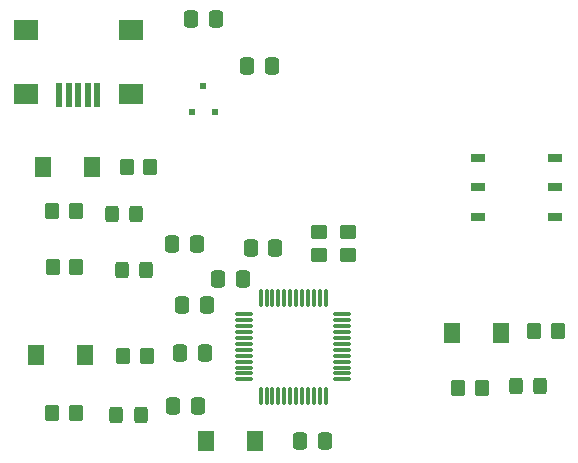
<source format=gbr>
%TF.GenerationSoftware,KiCad,Pcbnew,(6.0.1)*%
%TF.CreationDate,2022-04-19T02:49:18-05:00*%
%TF.ProjectId,pcb_w_STM32F030C8T6,7063625f-775f-4535-944d-333246303330,rev?*%
%TF.SameCoordinates,Original*%
%TF.FileFunction,Paste,Top*%
%TF.FilePolarity,Positive*%
%FSLAX46Y46*%
G04 Gerber Fmt 4.6, Leading zero omitted, Abs format (unit mm)*
G04 Created by KiCad (PCBNEW (6.0.1)) date 2022-04-19 02:49:18*
%MOMM*%
%LPD*%
G01*
G04 APERTURE LIST*
G04 Aperture macros list*
%AMRoundRect*
0 Rectangle with rounded corners*
0 $1 Rounding radius*
0 $2 $3 $4 $5 $6 $7 $8 $9 X,Y pos of 4 corners*
0 Add a 4 corners polygon primitive as box body*
4,1,4,$2,$3,$4,$5,$6,$7,$8,$9,$2,$3,0*
0 Add four circle primitives for the rounded corners*
1,1,$1+$1,$2,$3*
1,1,$1+$1,$4,$5*
1,1,$1+$1,$6,$7*
1,1,$1+$1,$8,$9*
0 Add four rect primitives between the rounded corners*
20,1,$1+$1,$2,$3,$4,$5,0*
20,1,$1+$1,$4,$5,$6,$7,0*
20,1,$1+$1,$6,$7,$8,$9,0*
20,1,$1+$1,$8,$9,$2,$3,0*%
G04 Aperture macros list end*
%ADD10RoundRect,0.250000X-0.350000X-0.450000X0.350000X-0.450000X0.350000X0.450000X-0.350000X0.450000X0*%
%ADD11RoundRect,0.250000X0.450000X-0.350000X0.450000X0.350000X-0.450000X0.350000X-0.450000X-0.350000X0*%
%ADD12RoundRect,0.250000X-0.325000X-0.450000X0.325000X-0.450000X0.325000X0.450000X-0.325000X0.450000X0*%
%ADD13RoundRect,0.250000X-0.337500X-0.475000X0.337500X-0.475000X0.337500X0.475000X-0.337500X0.475000X0*%
%ADD14R,1.350000X1.800000*%
%ADD15R,1.200000X0.700000*%
%ADD16R,0.500000X0.500000*%
%ADD17R,0.500000X2.000000*%
%ADD18R,2.000000X1.700000*%
%ADD19RoundRect,0.075000X-0.662500X-0.075000X0.662500X-0.075000X0.662500X0.075000X-0.662500X0.075000X0*%
%ADD20RoundRect,0.075000X-0.075000X-0.662500X0.075000X-0.662500X0.075000X0.662500X-0.075000X0.662500X0*%
G04 APERTURE END LIST*
D10*
%TO.C,R9*%
X54700000Y-97800000D03*
X56700000Y-97800000D03*
%TD*%
%TO.C,R8*%
X89500000Y-95700000D03*
X91500000Y-95700000D03*
%TD*%
%TO.C,R7*%
X55000000Y-81750000D03*
X57000000Y-81750000D03*
%TD*%
%TO.C,R6*%
X48700000Y-102600000D03*
X50700000Y-102600000D03*
%TD*%
%TO.C,R5*%
X83075000Y-100500000D03*
X85075000Y-100500000D03*
%TD*%
%TO.C,R4*%
X48700000Y-85500000D03*
X50700000Y-85500000D03*
%TD*%
%TO.C,R3*%
X48737500Y-90200000D03*
X50737500Y-90200000D03*
%TD*%
D11*
%TO.C,R2*%
X71250000Y-89250000D03*
X71250000Y-87250000D03*
%TD*%
%TO.C,R1*%
X73750000Y-89250000D03*
X73750000Y-87250000D03*
%TD*%
D12*
%TO.C,D4*%
X54137500Y-102800000D03*
X56187500Y-102800000D03*
%TD*%
%TO.C,D3*%
X87975000Y-100300000D03*
X90025000Y-100300000D03*
%TD*%
%TO.C,D2*%
X53725000Y-85750000D03*
X55775000Y-85750000D03*
%TD*%
%TO.C,D1*%
X54575000Y-90500000D03*
X56625000Y-90500000D03*
%TD*%
D13*
%TO.C,C9*%
X65212500Y-73250000D03*
X67287500Y-73250000D03*
%TD*%
%TO.C,C8*%
X60462500Y-69250000D03*
X62537500Y-69250000D03*
%TD*%
%TO.C,C7*%
X62762500Y-91250000D03*
X64837500Y-91250000D03*
%TD*%
%TO.C,C6*%
X65512500Y-88600000D03*
X67587500Y-88600000D03*
%TD*%
%TO.C,C5*%
X58962500Y-102000000D03*
X61037500Y-102000000D03*
%TD*%
%TO.C,C4*%
X59712500Y-93500000D03*
X61787500Y-93500000D03*
%TD*%
%TO.C,C3*%
X59562500Y-97500000D03*
X61637500Y-97500000D03*
%TD*%
%TO.C,C2*%
X58862500Y-88300000D03*
X60937500Y-88300000D03*
%TD*%
%TO.C,C1*%
X69712500Y-105000000D03*
X71787500Y-105000000D03*
%TD*%
D14*
%TO.C,SW4*%
X82537500Y-95800000D03*
X86687500Y-95800000D03*
%TD*%
%TO.C,SW1*%
X61725000Y-105000000D03*
X65875000Y-105000000D03*
%TD*%
D15*
%TO.C,SW2*%
X91250000Y-81000000D03*
X91250000Y-86000000D03*
X91250000Y-83500000D03*
X84750000Y-81000000D03*
X84750000Y-83500000D03*
X84750000Y-86000000D03*
%TD*%
D16*
%TO.C,U2*%
X60550000Y-77100000D03*
X62450000Y-77100000D03*
X61500000Y-74900000D03*
%TD*%
D17*
%TO.C,J3*%
X52500000Y-75700000D03*
X51700000Y-75700000D03*
X50900000Y-75700000D03*
X50100000Y-75700000D03*
X49300000Y-75700000D03*
D18*
X55350000Y-75600000D03*
X46450000Y-75600000D03*
X55350000Y-70150000D03*
X46450000Y-70150000D03*
%TD*%
D14*
%TO.C,SW3*%
X47925000Y-81750000D03*
X52075000Y-81750000D03*
%TD*%
%TO.C,SW5*%
X47350000Y-97700000D03*
X51500000Y-97700000D03*
%TD*%
D19*
%TO.C,U1*%
X64937500Y-94250000D03*
X64937500Y-94750000D03*
X64937500Y-95250000D03*
X64937500Y-95750000D03*
X64937500Y-96250000D03*
X64937500Y-96750000D03*
X64937500Y-97250000D03*
X64937500Y-97750000D03*
X64937500Y-98250000D03*
X64937500Y-98750000D03*
X64937500Y-99250000D03*
X64937500Y-99750000D03*
D20*
X66350000Y-101162500D03*
X66850000Y-101162500D03*
X67350000Y-101162500D03*
X67850000Y-101162500D03*
X68350000Y-101162500D03*
X68850000Y-101162500D03*
X69350000Y-101162500D03*
X69850000Y-101162500D03*
X70350000Y-101162500D03*
X70850000Y-101162500D03*
X71350000Y-101162500D03*
X71850000Y-101162500D03*
D19*
X73262500Y-99750000D03*
X73262500Y-99250000D03*
X73262500Y-98750000D03*
X73262500Y-98250000D03*
X73262500Y-97750000D03*
X73262500Y-97250000D03*
X73262500Y-96750000D03*
X73262500Y-96250000D03*
X73262500Y-95750000D03*
X73262500Y-95250000D03*
X73262500Y-94750000D03*
X73262500Y-94250000D03*
D20*
X71850000Y-92837500D03*
X71350000Y-92837500D03*
X70850000Y-92837500D03*
X70350000Y-92837500D03*
X69850000Y-92837500D03*
X69350000Y-92837500D03*
X68850000Y-92837500D03*
X68350000Y-92837500D03*
X67850000Y-92837500D03*
X67350000Y-92837500D03*
X66850000Y-92837500D03*
X66350000Y-92837500D03*
%TD*%
M02*

</source>
